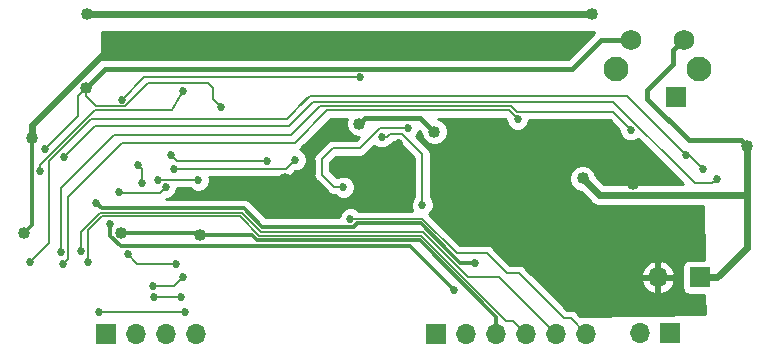
<source format=gbr>
G04 #@! TF.GenerationSoftware,KiCad,Pcbnew,(5.0.1)-4*
G04 #@! TF.CreationDate,2019-08-04T22:45:03+01:00*
G04 #@! TF.ProjectId,Bell-Boy,42656C6C2D426F792E6B696361645F70,rev?*
G04 #@! TF.SameCoordinates,Original*
G04 #@! TF.FileFunction,Copper,L1,Top,Signal*
G04 #@! TF.FilePolarity,Positive*
%FSLAX46Y46*%
G04 Gerber Fmt 4.6, Leading zero omitted, Abs format (unit mm)*
G04 Created by KiCad (PCBNEW (5.0.1)-4) date 04/08/2019 22:45:03*
%MOMM*%
%LPD*%
G01*
G04 APERTURE LIST*
G04 #@! TA.AperFunction,ComponentPad*
%ADD10R,1.700000X1.700000*%
G04 #@! TD*
G04 #@! TA.AperFunction,ComponentPad*
%ADD11O,1.700000X1.700000*%
G04 #@! TD*
G04 #@! TA.AperFunction,ComponentPad*
%ADD12C,2.100000*%
G04 #@! TD*
G04 #@! TA.AperFunction,ComponentPad*
%ADD13C,1.750000*%
G04 #@! TD*
G04 #@! TA.AperFunction,ViaPad*
%ADD14C,0.685800*%
G04 #@! TD*
G04 #@! TA.AperFunction,ViaPad*
%ADD15C,1.016000*%
G04 #@! TD*
G04 #@! TA.AperFunction,Conductor*
%ADD16C,0.152400*%
G04 #@! TD*
G04 #@! TA.AperFunction,Conductor*
%ADD17C,0.457200*%
G04 #@! TD*
G04 #@! TA.AperFunction,Conductor*
%ADD18C,0.304800*%
G04 #@! TD*
G04 #@! TA.AperFunction,Conductor*
%ADD19C,0.609600*%
G04 #@! TD*
G04 #@! TA.AperFunction,Conductor*
%ADD20C,0.254000*%
G04 #@! TD*
G04 APERTURE END LIST*
D10*
G04 #@! TO.P,LED1,1*
G04 #@! TO.N,Net-(LED1-Pad1)*
X105550000Y-78000000D03*
D11*
G04 #@! TO.P,LED1,2*
G04 #@! TO.N,Net-(LED1-Pad2)*
X103010000Y-78000000D03*
G04 #@! TD*
D10*
G04 #@! TO.P,BATT1,1*
G04 #@! TO.N,+BATT*
X108077000Y-73279000D03*
D11*
G04 #@! TO.P,BATT1,2*
G04 #@! TO.N,GND*
X104521000Y-73279000D03*
G04 #@! TD*
D12*
G04 #@! TO.P,SW1,*
G04 #@! TO.N,*
X107980000Y-55690000D03*
D13*
G04 #@! TO.P,SW1,2*
G04 #@! TO.N,+BATT*
X106720000Y-53200000D03*
G04 #@! TO.P,SW1,1*
G04 #@! TO.N,+VSW*
X102220000Y-53200000D03*
D12*
G04 #@! TO.P,SW1,*
G04 #@! TO.N,*
X100970000Y-55690000D03*
G04 #@! TD*
D10*
G04 #@! TO.P,J2,1*
G04 #@! TO.N,GND*
X85750000Y-78050000D03*
D11*
G04 #@! TO.P,J2,2*
X88290000Y-78050000D03*
G04 #@! TO.P,J2,3*
G04 #@! TO.N,VDDA*
X90830000Y-78050000D03*
G04 #@! TO.P,J2,4*
G04 #@! TO.N,Net-(J2-Pad4)*
X93370000Y-78050000D03*
G04 #@! TO.P,J2,5*
G04 #@! TO.N,Net-(J2-Pad5)*
X95910000Y-78050000D03*
G04 #@! TO.P,J2,6*
G04 #@! TO.N,Net-(C1-Pad2)*
X98450000Y-78050000D03*
G04 #@! TD*
D10*
G04 #@! TO.P,J3,1*
G04 #@! TO.N,Net-(C1-Pad1)*
X57800000Y-78050000D03*
D11*
G04 #@! TO.P,J3,2*
G04 #@! TO.N,Net-(J3-Pad2)*
X60340000Y-78050000D03*
G04 #@! TO.P,J3,3*
G04 #@! TO.N,Net-(J3-Pad3)*
X62880000Y-78050000D03*
G04 #@! TO.P,J3,4*
G04 #@! TO.N,Net-(J3-Pad4)*
X65420000Y-78050000D03*
G04 #@! TD*
D10*
G04 #@! TO.P,J1,1*
G04 #@! TO.N,Net-(J1-Pad1)*
X106045000Y-58050000D03*
G04 #@! TD*
D14*
G04 #@! TO.N,Net-(U1-Pad11)*
X54250000Y-63100000D03*
X109500000Y-65000000D03*
G04 #@! TO.N,+3V3*
X59150000Y-58250000D03*
X79300000Y-56350000D03*
D15*
X79250000Y-60287500D03*
X85600000Y-60950000D03*
D14*
X73812500Y-63350000D03*
X63550000Y-64100000D03*
D15*
G04 #@! TO.N,GND*
X50895200Y-69500000D03*
X97050000Y-75650000D03*
X51500000Y-61500000D03*
D14*
X77450000Y-63750000D03*
X82650000Y-61950000D03*
D15*
X87000000Y-53700000D03*
X68050000Y-53700000D03*
X72950000Y-64950000D03*
X102400000Y-65350000D03*
X92250000Y-63700000D03*
X88519000Y-64135000D03*
D14*
X98425000Y-69723000D03*
D15*
G04 #@! TO.N,+BATT*
X112050000Y-62200000D03*
X98171000Y-64897000D03*
D14*
G04 #@! TO.N,Net-(C1-Pad1)*
X64500000Y-76250000D03*
X57200000Y-76250000D03*
G04 #@! TO.N,Net-(C1-Pad2)*
X78500000Y-68350000D03*
D15*
G04 #@! TO.N,+5V*
X56200000Y-51000000D03*
X98933000Y-51000000D03*
G04 #@! TO.N,VDDA*
X59100000Y-69500000D03*
X65750000Y-69700000D03*
D14*
G04 #@! TO.N,Net-(R1-Pad2)*
X57000000Y-67000000D03*
X89050000Y-72050000D03*
G04 #@! TO.N,Net-(C2-Pad1)*
X62243799Y-65006201D03*
X65600000Y-65050000D03*
G04 #@! TO.N,+VSW*
X52650000Y-62400000D03*
X67550000Y-58900000D03*
D15*
X56100000Y-57250000D03*
D14*
G04 #@! TO.N,Net-(R6-Pad1)*
X51400000Y-71950000D03*
X108350000Y-64100000D03*
X106950000Y-62900000D03*
G04 #@! TO.N,Net-(LED1-Pad2)*
X87250000Y-74350000D03*
X58150000Y-68800000D03*
G04 #@! TO.N,Net-(J3-Pad2)*
X58900000Y-66100000D03*
X62850000Y-65650000D03*
G04 #@! TO.N,Net-(J3-Pad4)*
X60850000Y-65300000D03*
X60477284Y-63771696D03*
G04 #@! TO.N,Net-(J1-Pad1)*
X54000000Y-71150000D03*
X102250000Y-60800000D03*
G04 #@! TO.N,Net-(J2-Pad4)*
X56300000Y-71950000D03*
G04 #@! TO.N,Net-(R2-Pad1)*
X54150000Y-72150000D03*
X92650000Y-59900000D03*
G04 #@! TO.N,Net-(J4-Pad7)*
X52200000Y-64300000D03*
X64300000Y-57550000D03*
G04 #@! TO.N,Net-(J4-Pad3)*
X61800000Y-74050000D03*
X64350000Y-73250000D03*
G04 #@! TO.N,Net-(J4-Pad5)*
X64150000Y-74950000D03*
X61900000Y-74950000D03*
G04 #@! TO.N,Net-(J4-Pad19)*
X84600000Y-67150000D03*
X81150000Y-61400000D03*
G04 #@! TO.N,Net-(J4-Pad21)*
X77900000Y-65647700D03*
X83350000Y-60650000D03*
G04 #@! TO.N,Net-(J2-Pad5)*
X55728500Y-71100000D03*
G04 #@! TO.N,Net-(R4-Pad1)*
X59650000Y-71350000D03*
X63756310Y-72150000D03*
X71400000Y-63400000D03*
X63350000Y-62950000D03*
G04 #@! TD*
D16*
G04 #@! TO.N,Net-(U1-Pad11)*
X109500000Y-65000000D02*
X109246001Y-65253999D01*
X87100000Y-58450000D02*
X86950000Y-58450000D01*
X90790790Y-58450000D02*
X90400000Y-58450000D01*
X90400000Y-58450000D02*
X86950000Y-58450000D01*
X56853999Y-60496001D02*
X58300000Y-60496001D01*
X54250000Y-63100000D02*
X56853999Y-60496001D01*
X57703999Y-60496001D02*
X58300000Y-60496001D01*
X95450000Y-58450000D02*
X95250000Y-58450000D01*
X95250000Y-58450000D02*
X90400000Y-58450000D01*
X58300000Y-60496001D02*
X73303999Y-60496001D01*
X75350000Y-58450000D02*
X76900000Y-58450000D01*
X73303999Y-60496001D02*
X75350000Y-58450000D01*
X76450000Y-58450000D02*
X76900000Y-58450000D01*
X76900000Y-58450000D02*
X86950000Y-58450000D01*
X97581066Y-58450000D02*
X96600000Y-58450000D01*
X96600000Y-58450000D02*
X95250000Y-58450000D01*
X100745822Y-58450000D02*
X98750000Y-58450000D01*
X107638721Y-65342899D02*
X100745822Y-58450000D01*
X109157101Y-65342899D02*
X107638721Y-65342899D01*
X109500000Y-65000000D02*
X109157101Y-65342899D01*
X99018934Y-58450000D02*
X98750000Y-58450000D01*
X98750000Y-58450000D02*
X96600000Y-58450000D01*
G04 #@! TO.N,+3V3*
X61050000Y-56350000D02*
X61350000Y-56350000D01*
X59150000Y-58250000D02*
X61050000Y-56350000D01*
X61130000Y-56350000D02*
X61350000Y-56350000D01*
X61350000Y-56350000D02*
X79300000Y-56350000D01*
D17*
X84429501Y-59779501D02*
X85600000Y-60950000D01*
X79250000Y-60287500D02*
X79757999Y-59779501D01*
X79757999Y-59779501D02*
X84429501Y-59779501D01*
D16*
X73062500Y-64100000D02*
X73812500Y-63350000D01*
X63550000Y-64100000D02*
X73062500Y-64100000D01*
D18*
G04 #@! TO.N,GND*
X51500000Y-61500000D02*
X51500000Y-68895200D01*
X51500000Y-68895200D02*
X50895200Y-69500000D01*
D19*
X51500000Y-60421502D02*
X51500000Y-61500000D01*
X58221502Y-53700000D02*
X51500000Y-60421502D01*
X87000000Y-53700000D02*
X58221502Y-53700000D01*
D17*
G04 #@! TO.N,+BATT*
X112050000Y-66050000D02*
X111860999Y-66239001D01*
D19*
X112050000Y-66050000D02*
X112050000Y-62200000D01*
X112050000Y-69240400D02*
X112050000Y-66050000D01*
D17*
X105845001Y-54074999D02*
X105845001Y-55190999D01*
X106720000Y-53200000D02*
X105845001Y-54074999D01*
X105845001Y-55190999D02*
X103632000Y-57404000D01*
X107158001Y-61692001D02*
X103632000Y-58166000D01*
X111542001Y-61692001D02*
X107158001Y-61692001D01*
X112050000Y-62200000D02*
X111542001Y-61692001D01*
X103632000Y-57404000D02*
X103632000Y-58166000D01*
D19*
X111784799Y-66315201D02*
X112050000Y-66050000D01*
X99589201Y-66315201D02*
X111784799Y-66315201D01*
X98171000Y-64897000D02*
X99589201Y-66315201D01*
X112050000Y-70765600D02*
X112050000Y-69240400D01*
X109536600Y-73279000D02*
X112050000Y-70765600D01*
X108077000Y-73279000D02*
X109536600Y-73279000D01*
D16*
G04 #@! TO.N,Net-(C1-Pad1)*
X57200000Y-76250000D02*
X64500000Y-76250000D01*
G04 #@! TO.N,Net-(C1-Pad2)*
X96550000Y-76750000D02*
X92750000Y-72950000D01*
X97150000Y-76750000D02*
X96550000Y-76750000D01*
X98450000Y-78050000D02*
X97150000Y-76750000D01*
X92750000Y-72950000D02*
X91750000Y-72950000D01*
X91750000Y-72950000D02*
X90550000Y-71750000D01*
X90050000Y-71250000D02*
X87500000Y-71250000D01*
X90550000Y-71750000D02*
X90050000Y-71250000D01*
X87500000Y-71250000D02*
X84600000Y-68350000D01*
X84600000Y-68350000D02*
X78500000Y-68350000D01*
D17*
G04 #@! TO.N,+5V*
X56200000Y-51000000D02*
X56228999Y-51028999D01*
D19*
X98933000Y-51000000D02*
X56200000Y-51000000D01*
D18*
G04 #@! TO.N,VDDA*
X90830000Y-76630000D02*
X90830000Y-78050000D01*
X65550000Y-69500000D02*
X65750000Y-69700000D01*
X59100000Y-69500000D02*
X65550000Y-69500000D01*
X70156362Y-69700000D02*
X70606362Y-70150000D01*
X65750000Y-69700000D02*
X70156362Y-69700000D01*
X84350000Y-70150000D02*
X84450000Y-70250000D01*
X70606362Y-70150000D02*
X84350000Y-70150000D01*
X84335820Y-70135820D02*
X84450000Y-70250000D01*
X84450000Y-70250000D02*
X90830000Y-76630000D01*
G04 #@! TO.N,Net-(R1-Pad2)*
X57000000Y-67000000D02*
X57450000Y-67450000D01*
X78810897Y-68997701D02*
X71047701Y-68997701D01*
X84442181Y-68731010D02*
X79077588Y-68731010D01*
X79077588Y-68731010D02*
X78810897Y-68997701D01*
X69500000Y-67450000D02*
X65150000Y-67450000D01*
X71047701Y-68997701D02*
X69500000Y-67450000D01*
X57450000Y-67450000D02*
X65150000Y-67450000D01*
X65150000Y-67450000D02*
X66300000Y-67450000D01*
X87761171Y-72050000D02*
X86950000Y-71238829D01*
X89050000Y-72050000D02*
X87761171Y-72050000D01*
X87207101Y-71495930D02*
X86950000Y-71238829D01*
X86950000Y-71238829D02*
X84442181Y-68731010D01*
D16*
G04 #@! TO.N,Net-(C2-Pad1)*
X65193799Y-65006201D02*
X62243799Y-65006201D01*
X65600000Y-65050000D02*
X65193799Y-65006201D01*
G04 #@! TO.N,+VSW*
X59424321Y-58821501D02*
X61395822Y-56850000D01*
D17*
X99712564Y-53200000D02*
X97286465Y-55626099D01*
X57723901Y-55626099D02*
X97286465Y-55626099D01*
X56100000Y-57250000D02*
X57723901Y-55626099D01*
D16*
X56100000Y-57968420D02*
X56953081Y-58821501D01*
X56100000Y-57250000D02*
X56100000Y-57968420D01*
X58900000Y-58821501D02*
X58650883Y-58821501D01*
X56953081Y-58821501D02*
X58900000Y-58821501D01*
X59424321Y-58821501D02*
X58900000Y-58821501D01*
X52650000Y-62400000D02*
X55450000Y-59600000D01*
X55450000Y-57900000D02*
X56100000Y-57250000D01*
X55450000Y-59600000D02*
X55450000Y-57900000D01*
D17*
X99712564Y-53200000D02*
X102220000Y-53200000D01*
D16*
X67550000Y-58900000D02*
X66850000Y-58200000D01*
X66450000Y-56850000D02*
X64300000Y-56850000D01*
X66850000Y-57250000D02*
X66450000Y-56850000D01*
X66850000Y-58200000D02*
X66850000Y-57250000D01*
X61395822Y-56850000D02*
X64300000Y-56850000D01*
X64300000Y-56850000D02*
X64700000Y-56850000D01*
G04 #@! TO.N,Net-(R6-Pad1)*
X59000000Y-59900000D02*
X57585750Y-59900000D01*
X73100000Y-59900000D02*
X74854810Y-58145190D01*
X73100000Y-59900000D02*
X59000000Y-59900000D01*
X98896001Y-57896001D02*
X98900000Y-57900000D01*
X75100000Y-57900000D02*
X74300000Y-58700000D01*
X108350000Y-64100000D02*
X107200000Y-62950000D01*
X56535750Y-59900000D02*
X59000000Y-59900000D01*
X53000000Y-63435750D02*
X56535750Y-59900000D01*
X53000000Y-70350000D02*
X53000000Y-63435750D01*
X51400000Y-71950000D02*
X53000000Y-70350000D01*
X101950000Y-57900000D02*
X97550000Y-57900000D01*
X106950000Y-62900000D02*
X101950000Y-57900000D01*
X98900000Y-57900000D02*
X97550000Y-57900000D01*
X97550000Y-57900000D02*
X75100000Y-57900000D01*
D18*
G04 #@! TO.N,Net-(LED1-Pad2)*
X59800000Y-70650000D02*
X60250000Y-70650000D01*
X59500000Y-70650000D02*
X60250000Y-70650000D01*
X64365209Y-70665209D02*
X64350000Y-70650000D01*
X83565209Y-70665209D02*
X64365209Y-70665209D01*
X87250000Y-74350000D02*
X83565209Y-70665209D01*
X64350000Y-70650000D02*
X64550000Y-70650000D01*
X59047054Y-70650000D02*
X60700000Y-70650000D01*
X58150000Y-69752946D02*
X59047054Y-70650000D01*
X58150000Y-68800000D02*
X58150000Y-69752946D01*
X60250000Y-70650000D02*
X60700000Y-70650000D01*
X60700000Y-70650000D02*
X64350000Y-70650000D01*
D16*
G04 #@! TO.N,Net-(J3-Pad2)*
X62350000Y-66150000D02*
X62850000Y-65650000D01*
X58950000Y-66150000D02*
X62350000Y-66150000D01*
G04 #@! TO.N,Net-(J3-Pad4)*
X60850000Y-65300000D02*
X60850000Y-64144412D01*
X60850000Y-64144412D02*
X60477284Y-63771696D01*
G04 #@! TO.N,Net-(J1-Pad1)*
X73450000Y-61250000D02*
X58453079Y-61250000D01*
X75900000Y-58800000D02*
X73450000Y-61250000D01*
X86350000Y-58800000D02*
X75900000Y-58800000D01*
X92100000Y-58800000D02*
X92590398Y-59290398D01*
X85550000Y-58800000D02*
X92100000Y-58800000D01*
X92590398Y-59290398D02*
X100740398Y-59290398D01*
X54000000Y-65703079D02*
X58453079Y-61250000D01*
X54000000Y-71150000D02*
X54000000Y-65703079D01*
X100740398Y-59290398D02*
X102250000Y-60800000D01*
G04 #@! TO.N,Net-(J2-Pad4)*
X91712676Y-76971399D02*
X84496087Y-69754810D01*
X93370000Y-78050000D02*
X92291399Y-76971399D01*
X92291399Y-76971399D02*
X91712676Y-76971399D01*
X56300000Y-69300000D02*
X57464180Y-68135820D01*
X56300000Y-71950000D02*
X56300000Y-69300000D01*
X57464180Y-68135820D02*
X69215926Y-68135820D01*
X69215926Y-68220736D02*
X70750000Y-69754810D01*
X69215926Y-68135820D02*
X69215926Y-68220736D01*
X84496087Y-69754810D02*
X70750000Y-69754810D01*
G04 #@! TO.N,Net-(R2-Pad1)*
X91900000Y-59150000D02*
X76550000Y-59150000D01*
X92650000Y-59900000D02*
X92650000Y-59900000D01*
X76550000Y-59150000D02*
X73800000Y-61900000D01*
X73800000Y-61900000D02*
X59135750Y-61900000D01*
X59135750Y-61900000D02*
X55235750Y-65800000D01*
X54571501Y-66464249D02*
X55235750Y-65800000D01*
X54571501Y-71728499D02*
X54571501Y-66464249D01*
X54150000Y-72150000D02*
X54571501Y-71728499D01*
X55235750Y-65800000D02*
X54985750Y-66050000D01*
X92650000Y-59900000D02*
X91900000Y-59150000D01*
G04 #@! TO.N,Net-(J4-Pad7)*
X52200000Y-63804684D02*
X52200000Y-64300000D01*
X56704684Y-59300000D02*
X56504684Y-59500000D01*
X56504684Y-59500000D02*
X52200000Y-63804684D01*
X56878374Y-59126310D02*
X56504684Y-59500000D01*
X64300000Y-57550000D02*
X63373690Y-59126310D01*
X63373690Y-59126310D02*
X56878374Y-59126310D01*
G04 #@! TO.N,Net-(J4-Pad3)*
X63550000Y-74050000D02*
X64350000Y-73250000D01*
X61800000Y-74050000D02*
X63550000Y-74050000D01*
G04 #@! TO.N,Net-(J4-Pad5)*
X61900000Y-74950000D02*
X64150000Y-74950000D01*
G04 #@! TO.N,Net-(J4-Pad19)*
X81634933Y-61400000D02*
X81884933Y-61150000D01*
X81150000Y-61400000D02*
X81634933Y-61400000D01*
X81884933Y-61150000D02*
X82900000Y-61150000D01*
X84600000Y-62850000D02*
X84600000Y-67150000D01*
X82900000Y-61150000D02*
X84600000Y-62850000D01*
G04 #@! TO.N,Net-(J4-Pad21)*
X77900000Y-65647700D02*
X77147701Y-65647700D01*
X77147701Y-65647700D02*
X76100000Y-64599999D01*
X76100000Y-64599999D02*
X76100000Y-63250000D01*
X76100000Y-63250000D02*
X77000000Y-62350000D01*
X80995822Y-60650000D02*
X83350000Y-60650000D01*
X79295822Y-62350000D02*
X80995822Y-60650000D01*
X77000000Y-62350000D02*
X79295822Y-62350000D01*
G04 #@! TO.N,Net-(J2-Pad5)*
X95060001Y-77200001D02*
X95910000Y-78050000D01*
X88427153Y-73254810D02*
X91114810Y-73254810D01*
X91114810Y-73254810D02*
X95060001Y-77200001D01*
X70961172Y-69450000D02*
X84622343Y-69450000D01*
X84622343Y-69450000D02*
X88427153Y-73254810D01*
X69342182Y-67831010D02*
X69600000Y-68088828D01*
X57318990Y-67831010D02*
X69342182Y-67831010D01*
X55728500Y-69421500D02*
X57318990Y-67831010D01*
X55728500Y-71100000D02*
X55728500Y-69421500D01*
X69524571Y-68013399D02*
X69600000Y-68088828D01*
X69600000Y-68088828D02*
X70961172Y-69450000D01*
G04 #@! TO.N,Net-(R4-Pad1)*
X59650000Y-71350000D02*
X60450000Y-72150000D01*
X60450000Y-72150000D02*
X63756310Y-72150000D01*
X63800000Y-63400000D02*
X71400000Y-63400000D01*
X63350000Y-62950000D02*
X63800000Y-63400000D01*
G04 #@! TD*
D20*
G04 #@! TO.N,GND*
G36*
X91672100Y-59927888D02*
X91672100Y-60094516D01*
X91820977Y-60453936D01*
X92096064Y-60729023D01*
X92455484Y-60877900D01*
X92844516Y-60877900D01*
X93203936Y-60729023D01*
X93479023Y-60453936D01*
X93627900Y-60094516D01*
X93627900Y-60001598D01*
X100445810Y-60001598D01*
X101272100Y-60827889D01*
X101272100Y-60994516D01*
X101420977Y-61353936D01*
X101696064Y-61629023D01*
X102055484Y-61777900D01*
X102444516Y-61777900D01*
X102803936Y-61629023D01*
X102861496Y-61571463D01*
X106665434Y-65375401D01*
X99978478Y-65375401D01*
X99314000Y-64710923D01*
X99314000Y-64669643D01*
X99139989Y-64249542D01*
X98818458Y-63928011D01*
X98398357Y-63754000D01*
X97943643Y-63754000D01*
X97523542Y-63928011D01*
X97202011Y-64249542D01*
X97028000Y-64669643D01*
X97028000Y-65124357D01*
X97202011Y-65544458D01*
X97523542Y-65865989D01*
X97943643Y-66040000D01*
X97984923Y-66040000D01*
X98859213Y-66914290D01*
X98911644Y-66992758D01*
X99080939Y-67105878D01*
X99222508Y-67200472D01*
X99222509Y-67200472D01*
X99222510Y-67200473D01*
X99496642Y-67255001D01*
X99496646Y-67255001D01*
X99589200Y-67273411D01*
X99681754Y-67255001D01*
X108382405Y-67255001D01*
X108438693Y-71781560D01*
X107227000Y-71781560D01*
X106979235Y-71830843D01*
X106769191Y-71971191D01*
X106628843Y-72181235D01*
X106579560Y-72429000D01*
X106579560Y-74129000D01*
X106628843Y-74376765D01*
X106769191Y-74586809D01*
X106979235Y-74727157D01*
X107227000Y-74776440D01*
X108475935Y-74776440D01*
X108496428Y-76424385D01*
X97944480Y-76538692D01*
X97702423Y-76296635D01*
X97662746Y-76237254D01*
X97427496Y-76080064D01*
X97220046Y-76038800D01*
X97220041Y-76038800D01*
X97150000Y-76024868D01*
X97079959Y-76038800D01*
X96844589Y-76038800D01*
X94441681Y-73635892D01*
X103079514Y-73635892D01*
X103325817Y-74160358D01*
X103754076Y-74550645D01*
X104164110Y-74720476D01*
X104394000Y-74599155D01*
X104394000Y-73406000D01*
X104648000Y-73406000D01*
X104648000Y-74599155D01*
X104877890Y-74720476D01*
X105287924Y-74550645D01*
X105716183Y-74160358D01*
X105962486Y-73635892D01*
X105841819Y-73406000D01*
X104648000Y-73406000D01*
X104394000Y-73406000D01*
X103200181Y-73406000D01*
X103079514Y-73635892D01*
X94441681Y-73635892D01*
X93727897Y-72922108D01*
X103079514Y-72922108D01*
X103200181Y-73152000D01*
X104394000Y-73152000D01*
X104394000Y-71958845D01*
X104648000Y-71958845D01*
X104648000Y-73152000D01*
X105841819Y-73152000D01*
X105962486Y-72922108D01*
X105716183Y-72397642D01*
X105287924Y-72007355D01*
X104877890Y-71837524D01*
X104648000Y-71958845D01*
X104394000Y-71958845D01*
X104164110Y-71837524D01*
X103754076Y-72007355D01*
X103325817Y-72397642D01*
X103079514Y-72922108D01*
X93727897Y-72922108D01*
X93302423Y-72496635D01*
X93262746Y-72437254D01*
X93027496Y-72280064D01*
X92820046Y-72238800D01*
X92820041Y-72238800D01*
X92750000Y-72224868D01*
X92679959Y-72238800D01*
X92044589Y-72238800D01*
X91102426Y-71296638D01*
X91102424Y-71296635D01*
X90602423Y-70796635D01*
X90562746Y-70737254D01*
X90327496Y-70580064D01*
X90120046Y-70538800D01*
X90120041Y-70538800D01*
X90050000Y-70524868D01*
X89979959Y-70538800D01*
X87794589Y-70538800D01*
X85194374Y-67938585D01*
X85429023Y-67703936D01*
X85577900Y-67344516D01*
X85577900Y-66955484D01*
X85429023Y-66596064D01*
X85311200Y-66478241D01*
X85311200Y-62920041D01*
X85325132Y-62849999D01*
X85311200Y-62779955D01*
X85311200Y-62779954D01*
X85269936Y-62572504D01*
X85268220Y-62569936D01*
X85152424Y-62396635D01*
X85152420Y-62396631D01*
X85112745Y-62337254D01*
X85053369Y-62297580D01*
X84069374Y-61313585D01*
X84179023Y-61203936D01*
X84311879Y-60883193D01*
X84457000Y-61028314D01*
X84457000Y-61177357D01*
X84631011Y-61597458D01*
X84952542Y-61918989D01*
X85372643Y-62093000D01*
X85827357Y-62093000D01*
X86247458Y-61918989D01*
X86568989Y-61597458D01*
X86743000Y-61177357D01*
X86743000Y-60722643D01*
X86568989Y-60302542D01*
X86247458Y-59981011D01*
X85958208Y-59861200D01*
X91605412Y-59861200D01*
X91672100Y-59927888D01*
X91672100Y-59927888D01*
G37*
X91672100Y-59927888D02*
X91672100Y-60094516D01*
X91820977Y-60453936D01*
X92096064Y-60729023D01*
X92455484Y-60877900D01*
X92844516Y-60877900D01*
X93203936Y-60729023D01*
X93479023Y-60453936D01*
X93627900Y-60094516D01*
X93627900Y-60001598D01*
X100445810Y-60001598D01*
X101272100Y-60827889D01*
X101272100Y-60994516D01*
X101420977Y-61353936D01*
X101696064Y-61629023D01*
X102055484Y-61777900D01*
X102444516Y-61777900D01*
X102803936Y-61629023D01*
X102861496Y-61571463D01*
X106665434Y-65375401D01*
X99978478Y-65375401D01*
X99314000Y-64710923D01*
X99314000Y-64669643D01*
X99139989Y-64249542D01*
X98818458Y-63928011D01*
X98398357Y-63754000D01*
X97943643Y-63754000D01*
X97523542Y-63928011D01*
X97202011Y-64249542D01*
X97028000Y-64669643D01*
X97028000Y-65124357D01*
X97202011Y-65544458D01*
X97523542Y-65865989D01*
X97943643Y-66040000D01*
X97984923Y-66040000D01*
X98859213Y-66914290D01*
X98911644Y-66992758D01*
X99080939Y-67105878D01*
X99222508Y-67200472D01*
X99222509Y-67200472D01*
X99222510Y-67200473D01*
X99496642Y-67255001D01*
X99496646Y-67255001D01*
X99589200Y-67273411D01*
X99681754Y-67255001D01*
X108382405Y-67255001D01*
X108438693Y-71781560D01*
X107227000Y-71781560D01*
X106979235Y-71830843D01*
X106769191Y-71971191D01*
X106628843Y-72181235D01*
X106579560Y-72429000D01*
X106579560Y-74129000D01*
X106628843Y-74376765D01*
X106769191Y-74586809D01*
X106979235Y-74727157D01*
X107227000Y-74776440D01*
X108475935Y-74776440D01*
X108496428Y-76424385D01*
X97944480Y-76538692D01*
X97702423Y-76296635D01*
X97662746Y-76237254D01*
X97427496Y-76080064D01*
X97220046Y-76038800D01*
X97220041Y-76038800D01*
X97150000Y-76024868D01*
X97079959Y-76038800D01*
X96844589Y-76038800D01*
X94441681Y-73635892D01*
X103079514Y-73635892D01*
X103325817Y-74160358D01*
X103754076Y-74550645D01*
X104164110Y-74720476D01*
X104394000Y-74599155D01*
X104394000Y-73406000D01*
X104648000Y-73406000D01*
X104648000Y-74599155D01*
X104877890Y-74720476D01*
X105287924Y-74550645D01*
X105716183Y-74160358D01*
X105962486Y-73635892D01*
X105841819Y-73406000D01*
X104648000Y-73406000D01*
X104394000Y-73406000D01*
X103200181Y-73406000D01*
X103079514Y-73635892D01*
X94441681Y-73635892D01*
X93727897Y-72922108D01*
X103079514Y-72922108D01*
X103200181Y-73152000D01*
X104394000Y-73152000D01*
X104394000Y-71958845D01*
X104648000Y-71958845D01*
X104648000Y-73152000D01*
X105841819Y-73152000D01*
X105962486Y-72922108D01*
X105716183Y-72397642D01*
X105287924Y-72007355D01*
X104877890Y-71837524D01*
X104648000Y-71958845D01*
X104394000Y-71958845D01*
X104164110Y-71837524D01*
X103754076Y-72007355D01*
X103325817Y-72397642D01*
X103079514Y-72922108D01*
X93727897Y-72922108D01*
X93302423Y-72496635D01*
X93262746Y-72437254D01*
X93027496Y-72280064D01*
X92820046Y-72238800D01*
X92820041Y-72238800D01*
X92750000Y-72224868D01*
X92679959Y-72238800D01*
X92044589Y-72238800D01*
X91102426Y-71296638D01*
X91102424Y-71296635D01*
X90602423Y-70796635D01*
X90562746Y-70737254D01*
X90327496Y-70580064D01*
X90120046Y-70538800D01*
X90120041Y-70538800D01*
X90050000Y-70524868D01*
X89979959Y-70538800D01*
X87794589Y-70538800D01*
X85194374Y-67938585D01*
X85429023Y-67703936D01*
X85577900Y-67344516D01*
X85577900Y-66955484D01*
X85429023Y-66596064D01*
X85311200Y-66478241D01*
X85311200Y-62920041D01*
X85325132Y-62849999D01*
X85311200Y-62779955D01*
X85311200Y-62779954D01*
X85269936Y-62572504D01*
X85268220Y-62569936D01*
X85152424Y-62396635D01*
X85152420Y-62396631D01*
X85112745Y-62337254D01*
X85053369Y-62297580D01*
X84069374Y-61313585D01*
X84179023Y-61203936D01*
X84311879Y-60883193D01*
X84457000Y-61028314D01*
X84457000Y-61177357D01*
X84631011Y-61597458D01*
X84952542Y-61918989D01*
X85372643Y-62093000D01*
X85827357Y-62093000D01*
X86247458Y-61918989D01*
X86568989Y-61597458D01*
X86743000Y-61177357D01*
X86743000Y-60722643D01*
X86568989Y-60302542D01*
X86247458Y-59981011D01*
X85958208Y-59861200D01*
X91605412Y-59861200D01*
X91672100Y-59927888D01*
G36*
X78107000Y-60060143D02*
X78107000Y-60514857D01*
X78281011Y-60934958D01*
X78602542Y-61256489D01*
X79022643Y-61430500D01*
X79209534Y-61430500D01*
X79001234Y-61638800D01*
X77070041Y-61638800D01*
X76999999Y-61624868D01*
X76929957Y-61638800D01*
X76929954Y-61638800D01*
X76722504Y-61680064D01*
X76722503Y-61680065D01*
X76722502Y-61680065D01*
X76546635Y-61797576D01*
X76546633Y-61797578D01*
X76487254Y-61837254D01*
X76447578Y-61896633D01*
X75646634Y-62697578D01*
X75587255Y-62737254D01*
X75547579Y-62796633D01*
X75547576Y-62796636D01*
X75430065Y-62972504D01*
X75374868Y-63250000D01*
X75388801Y-63320046D01*
X75388800Y-64529957D01*
X75374868Y-64599999D01*
X75388800Y-64670040D01*
X75388800Y-64670044D01*
X75430064Y-64877494D01*
X75464121Y-64928464D01*
X75547576Y-65053363D01*
X75547578Y-65053365D01*
X75587254Y-65112744D01*
X75646634Y-65152421D01*
X76595279Y-66101067D01*
X76634955Y-66160446D01*
X76694334Y-66200122D01*
X76694336Y-66200124D01*
X76777217Y-66255503D01*
X76870205Y-66317636D01*
X77077655Y-66358900D01*
X77077659Y-66358900D01*
X77147701Y-66372832D01*
X77217743Y-66358900D01*
X77228241Y-66358900D01*
X77346064Y-66476723D01*
X77705484Y-66625600D01*
X78094516Y-66625600D01*
X78453936Y-66476723D01*
X78729023Y-66201636D01*
X78877900Y-65842216D01*
X78877900Y-65453184D01*
X78729023Y-65093764D01*
X78453936Y-64818677D01*
X78094516Y-64669800D01*
X77705484Y-64669800D01*
X77346064Y-64818677D01*
X77335265Y-64829476D01*
X76811200Y-64305411D01*
X76811200Y-63544588D01*
X77294589Y-63061200D01*
X79225781Y-63061200D01*
X79295822Y-63075132D01*
X79365863Y-63061200D01*
X79365868Y-63061200D01*
X79573318Y-63019936D01*
X79808568Y-62862746D01*
X79848246Y-62803364D01*
X80509326Y-62142285D01*
X80596064Y-62229023D01*
X80955484Y-62377900D01*
X81344516Y-62377900D01*
X81703936Y-62229023D01*
X81850755Y-62082204D01*
X81912429Y-62069936D01*
X82147679Y-61912746D01*
X82182121Y-61861200D01*
X82605412Y-61861200D01*
X83888800Y-63144589D01*
X83888801Y-66478240D01*
X83770977Y-66596064D01*
X83622100Y-66955484D01*
X83622100Y-67344516D01*
X83743997Y-67638800D01*
X79171759Y-67638800D01*
X79053936Y-67520977D01*
X78694516Y-67372100D01*
X78305484Y-67372100D01*
X77946064Y-67520977D01*
X77670977Y-67796064D01*
X77522100Y-68155484D01*
X77522100Y-68210301D01*
X71373853Y-68210301D01*
X70111616Y-66948065D01*
X70067684Y-66882316D01*
X69807228Y-66708285D01*
X69577552Y-66662600D01*
X69577551Y-66662600D01*
X69500000Y-66647174D01*
X69422449Y-66662600D01*
X62862844Y-66662600D01*
X62886029Y-66627900D01*
X63044516Y-66627900D01*
X63403936Y-66479023D01*
X63679023Y-66203936D01*
X63827900Y-65844516D01*
X63827900Y-65717401D01*
X64884442Y-65717401D01*
X65046064Y-65879023D01*
X65405484Y-66027900D01*
X65794516Y-66027900D01*
X66153936Y-65879023D01*
X66429023Y-65603936D01*
X66577900Y-65244516D01*
X66577900Y-64855484D01*
X66559557Y-64811200D01*
X72992459Y-64811200D01*
X73062500Y-64825132D01*
X73132541Y-64811200D01*
X73132546Y-64811200D01*
X73339996Y-64769936D01*
X73575246Y-64612746D01*
X73614924Y-64553364D01*
X73840388Y-64327900D01*
X74007016Y-64327900D01*
X74366436Y-64179023D01*
X74641523Y-63903936D01*
X74790400Y-63544516D01*
X74790400Y-63155484D01*
X74641523Y-62796064D01*
X74366436Y-62520977D01*
X74233300Y-62465830D01*
X74312746Y-62412746D01*
X74352424Y-62353364D01*
X76844589Y-59861200D01*
X78189405Y-59861200D01*
X78107000Y-60060143D01*
X78107000Y-60060143D01*
G37*
X78107000Y-60060143D02*
X78107000Y-60514857D01*
X78281011Y-60934958D01*
X78602542Y-61256489D01*
X79022643Y-61430500D01*
X79209534Y-61430500D01*
X79001234Y-61638800D01*
X77070041Y-61638800D01*
X76999999Y-61624868D01*
X76929957Y-61638800D01*
X76929954Y-61638800D01*
X76722504Y-61680064D01*
X76722503Y-61680065D01*
X76722502Y-61680065D01*
X76546635Y-61797576D01*
X76546633Y-61797578D01*
X76487254Y-61837254D01*
X76447578Y-61896633D01*
X75646634Y-62697578D01*
X75587255Y-62737254D01*
X75547579Y-62796633D01*
X75547576Y-62796636D01*
X75430065Y-62972504D01*
X75374868Y-63250000D01*
X75388801Y-63320046D01*
X75388800Y-64529957D01*
X75374868Y-64599999D01*
X75388800Y-64670040D01*
X75388800Y-64670044D01*
X75430064Y-64877494D01*
X75464121Y-64928464D01*
X75547576Y-65053363D01*
X75547578Y-65053365D01*
X75587254Y-65112744D01*
X75646634Y-65152421D01*
X76595279Y-66101067D01*
X76634955Y-66160446D01*
X76694334Y-66200122D01*
X76694336Y-66200124D01*
X76777217Y-66255503D01*
X76870205Y-66317636D01*
X77077655Y-66358900D01*
X77077659Y-66358900D01*
X77147701Y-66372832D01*
X77217743Y-66358900D01*
X77228241Y-66358900D01*
X77346064Y-66476723D01*
X77705484Y-66625600D01*
X78094516Y-66625600D01*
X78453936Y-66476723D01*
X78729023Y-66201636D01*
X78877900Y-65842216D01*
X78877900Y-65453184D01*
X78729023Y-65093764D01*
X78453936Y-64818677D01*
X78094516Y-64669800D01*
X77705484Y-64669800D01*
X77346064Y-64818677D01*
X77335265Y-64829476D01*
X76811200Y-64305411D01*
X76811200Y-63544588D01*
X77294589Y-63061200D01*
X79225781Y-63061200D01*
X79295822Y-63075132D01*
X79365863Y-63061200D01*
X79365868Y-63061200D01*
X79573318Y-63019936D01*
X79808568Y-62862746D01*
X79848246Y-62803364D01*
X80509326Y-62142285D01*
X80596064Y-62229023D01*
X80955484Y-62377900D01*
X81344516Y-62377900D01*
X81703936Y-62229023D01*
X81850755Y-62082204D01*
X81912429Y-62069936D01*
X82147679Y-61912746D01*
X82182121Y-61861200D01*
X82605412Y-61861200D01*
X83888800Y-63144589D01*
X83888801Y-66478240D01*
X83770977Y-66596064D01*
X83622100Y-66955484D01*
X83622100Y-67344516D01*
X83743997Y-67638800D01*
X79171759Y-67638800D01*
X79053936Y-67520977D01*
X78694516Y-67372100D01*
X78305484Y-67372100D01*
X77946064Y-67520977D01*
X77670977Y-67796064D01*
X77522100Y-68155484D01*
X77522100Y-68210301D01*
X71373853Y-68210301D01*
X70111616Y-66948065D01*
X70067684Y-66882316D01*
X69807228Y-66708285D01*
X69577552Y-66662600D01*
X69577551Y-66662600D01*
X69500000Y-66647174D01*
X69422449Y-66662600D01*
X62862844Y-66662600D01*
X62886029Y-66627900D01*
X63044516Y-66627900D01*
X63403936Y-66479023D01*
X63679023Y-66203936D01*
X63827900Y-65844516D01*
X63827900Y-65717401D01*
X64884442Y-65717401D01*
X65046064Y-65879023D01*
X65405484Y-66027900D01*
X65794516Y-66027900D01*
X66153936Y-65879023D01*
X66429023Y-65603936D01*
X66577900Y-65244516D01*
X66577900Y-64855484D01*
X66559557Y-64811200D01*
X72992459Y-64811200D01*
X73062500Y-64825132D01*
X73132541Y-64811200D01*
X73132546Y-64811200D01*
X73339996Y-64769936D01*
X73575246Y-64612746D01*
X73614924Y-64553364D01*
X73840388Y-64327900D01*
X74007016Y-64327900D01*
X74366436Y-64179023D01*
X74641523Y-63903936D01*
X74790400Y-63544516D01*
X74790400Y-63155484D01*
X74641523Y-62796064D01*
X74366436Y-62520977D01*
X74233300Y-62465830D01*
X74312746Y-62412746D01*
X74352424Y-62353364D01*
X76844589Y-59861200D01*
X78189405Y-59861200D01*
X78107000Y-60060143D01*
G36*
X99141415Y-52542988D02*
X99089944Y-52577380D01*
X99041764Y-52649486D01*
X96928752Y-54762499D01*
X57808950Y-54762499D01*
X57723901Y-54745582D01*
X57638852Y-54762499D01*
X57638848Y-54762499D01*
X57509321Y-54788263D01*
X57502386Y-52502125D01*
X99141415Y-52542988D01*
X99141415Y-52542988D01*
G37*
X99141415Y-52542988D02*
X99089944Y-52577380D01*
X99041764Y-52649486D01*
X96928752Y-54762499D01*
X57808950Y-54762499D01*
X57723901Y-54745582D01*
X57638852Y-54762499D01*
X57638848Y-54762499D01*
X57509321Y-54788263D01*
X57502386Y-52502125D01*
X99141415Y-52542988D01*
G04 #@! TD*
M02*

</source>
